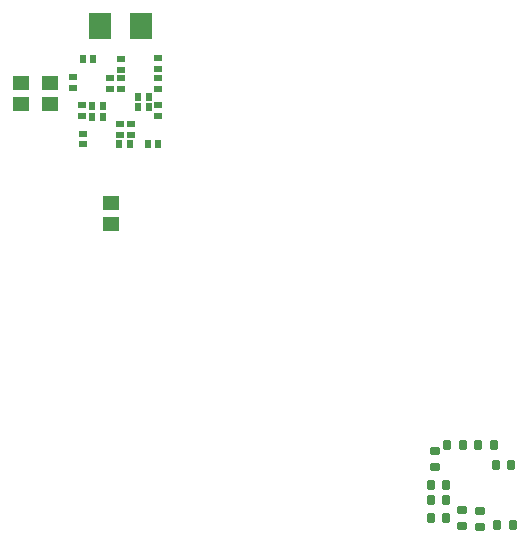
<source format=gbr>
%TF.GenerationSoftware,Altium Limited,Altium Designer,23.5.1 (21)*%
G04 Layer_Color=128*
%FSLAX45Y45*%
%MOMM*%
%TF.SameCoordinates,DF551FB5-6F85-4ABD-ABAF-5ACF3DF1BB5E*%
%TF.FilePolarity,Positive*%
%TF.FileFunction,Paste,Bot*%
%TF.Part,Single*%
G01*
G75*
%TA.AperFunction,SMDPad,CuDef*%
G04:AMPARAMS|DCode=20|XSize=0.85mm|YSize=0.7mm|CornerRadius=0.175mm|HoleSize=0mm|Usage=FLASHONLY|Rotation=180.000|XOffset=0mm|YOffset=0mm|HoleType=Round|Shape=RoundedRectangle|*
%AMROUNDEDRECTD20*
21,1,0.85000,0.35000,0,0,180.0*
21,1,0.50000,0.70000,0,0,180.0*
1,1,0.35000,-0.25000,0.17500*
1,1,0.35000,0.25000,0.17500*
1,1,0.35000,0.25000,-0.17500*
1,1,0.35000,-0.25000,-0.17500*
%
%ADD20ROUNDEDRECTD20*%
%ADD48R,0.65000X0.50000*%
%ADD49R,1.47000X1.15000*%
%ADD50R,0.50000X0.65000*%
%ADD56R,1.90000X2.30000*%
G04:AMPARAMS|DCode=93|XSize=0.85mm|YSize=0.7mm|CornerRadius=0.175mm|HoleSize=0mm|Usage=FLASHONLY|Rotation=90.000|XOffset=0mm|YOffset=0mm|HoleType=Round|Shape=RoundedRectangle|*
%AMROUNDEDRECTD93*
21,1,0.85000,0.35000,0,0,90.0*
21,1,0.50000,0.70000,0,0,90.0*
1,1,0.35000,0.17500,0.25000*
1,1,0.35000,0.17500,-0.25000*
1,1,0.35000,-0.17500,-0.25000*
1,1,0.35000,-0.17500,0.25000*
%
%ADD93ROUNDEDRECTD93*%
D20*
X7797802Y1226772D02*
D03*
Y1361772D02*
D03*
X8178352Y718927D02*
D03*
Y853927D02*
D03*
X8032927Y722501D02*
D03*
Y857501D02*
D03*
D48*
X4737802Y4524271D02*
D03*
Y4434272D02*
D03*
X5137802Y4584272D02*
D03*
Y4674272D02*
D03*
X4814567Y4285001D02*
D03*
Y4195002D02*
D03*
X5457802Y4284271D02*
D03*
Y4194272D02*
D03*
Y4514271D02*
D03*
Y4424272D02*
D03*
X4817802Y3954271D02*
D03*
Y4044271D02*
D03*
X5222802Y4124271D02*
D03*
Y4034272D02*
D03*
X5052801Y4424272D02*
D03*
Y4514272D02*
D03*
X5132802Y4124272D02*
D03*
Y4034272D02*
D03*
X5142802Y4424272D02*
D03*
Y4514271D02*
D03*
X5457802Y4594272D02*
D03*
Y4684272D02*
D03*
D49*
X5057802Y3283271D02*
D03*
Y3459271D02*
D03*
X4297800Y4299272D02*
D03*
Y4475272D02*
D03*
X4537802Y4299272D02*
D03*
Y4475272D02*
D03*
D50*
X5217802Y3954271D02*
D03*
X5127802D02*
D03*
X5377802Y4269271D02*
D03*
X5287802D02*
D03*
X4987802Y4189271D02*
D03*
X4897802D02*
D03*
X5287802Y4359272D02*
D03*
X5377802D02*
D03*
X4987802Y4279272D02*
D03*
X4897802D02*
D03*
X5457802Y3954271D02*
D03*
X5367802D02*
D03*
X4907801Y4674272D02*
D03*
X4817802D02*
D03*
D56*
X4966802Y4954272D02*
D03*
X5308802D02*
D03*
D93*
X8447501Y1240001D02*
D03*
X8312501D02*
D03*
X7762502Y1070001D02*
D03*
X7897502D02*
D03*
X8297927Y1410001D02*
D03*
X8162927D02*
D03*
X7902501D02*
D03*
X8037501D02*
D03*
X7897501Y794576D02*
D03*
X7762501D02*
D03*
X7897501Y940001D02*
D03*
X7762501D02*
D03*
X8322501Y730001D02*
D03*
X8457501D02*
D03*
%TF.MD5,3620ededfe1e5e0b8956da570664e149*%
M02*

</source>
